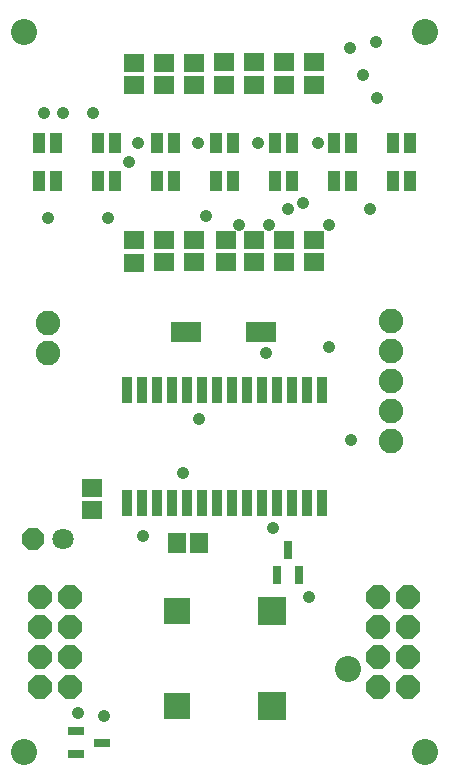
<source format=gbr>
G04 EAGLE Gerber RS-274X export*
G75*
%MOMM*%
%FSLAX34Y34*%
%LPD*%
%INSoldermask Top*%
%IPPOS*%
%AMOC8*
5,1,8,0,0,1.08239X$1,22.5*%
G01*
%ADD10C,2.203200*%
%ADD11C,2.082800*%
%ADD12R,1.503200X1.703200*%
%ADD13R,0.903200X2.253200*%
%ADD14R,1.703200X1.503200*%
%ADD15P,2.199416X8X292.500000*%
%ADD16P,2.199416X8X112.500000*%
%ADD17R,2.503200X1.803200*%
%ADD18R,2.453200X2.453200*%
%ADD19R,2.250000X2.250000*%
%ADD20P,1.951982X8X202.500000*%
%ADD21C,1.803400*%
%ADD22R,1.003200X1.803200*%
%ADD23R,0.803200X1.503200*%
%ADD24R,1.353200X0.803200*%
%ADD25C,1.061200*%


D10*
X370000Y640000D03*
X30000Y640000D03*
X30000Y30000D03*
X370000Y30000D03*
D11*
X50800Y393700D03*
X50800Y368300D03*
D12*
X178400Y207490D03*
X159400Y207490D03*
D13*
X282250Y336840D03*
X269550Y336840D03*
X256850Y336840D03*
X244150Y336840D03*
X231450Y336840D03*
X218750Y336840D03*
X206050Y336840D03*
X193350Y336840D03*
X180650Y336840D03*
X167950Y336840D03*
X155250Y336840D03*
X142550Y336840D03*
X129850Y336840D03*
X117150Y336840D03*
X117150Y241340D03*
X129850Y241340D03*
X142550Y241340D03*
X155250Y241340D03*
X167950Y241340D03*
X180650Y241340D03*
X193350Y241340D03*
X206050Y241340D03*
X218750Y241340D03*
X231450Y241340D03*
X244150Y241340D03*
X256850Y241340D03*
X269550Y241340D03*
X282250Y241340D03*
D14*
X87940Y234970D03*
X87940Y253970D03*
X250660Y445160D03*
X250660Y464160D03*
X225260Y445160D03*
X225260Y464160D03*
X201130Y445160D03*
X201130Y464160D03*
X174460Y445160D03*
X174460Y464160D03*
X149060Y445160D03*
X149060Y464160D03*
X123660Y444652D03*
X123660Y463652D03*
X123660Y614020D03*
X123660Y595020D03*
X149060Y614020D03*
X149060Y595020D03*
X174460Y614020D03*
X174460Y595020D03*
X199540Y614180D03*
X199540Y595180D03*
X224940Y614180D03*
X224940Y595180D03*
X250340Y614180D03*
X250340Y595180D03*
X275740Y614180D03*
X275740Y595180D03*
X276060Y445160D03*
X276060Y464160D03*
D15*
X329900Y161700D03*
X355300Y161700D03*
X329900Y136300D03*
X355300Y136300D03*
X329900Y110900D03*
X355300Y110900D03*
X329900Y85500D03*
X355300Y85500D03*
D16*
X69500Y85500D03*
X44100Y85500D03*
X69500Y110900D03*
X44100Y110900D03*
X69500Y136300D03*
X44100Y136300D03*
X69500Y161700D03*
X44100Y161700D03*
D17*
X230690Y385680D03*
X167690Y385680D03*
D10*
X304500Y100500D03*
D11*
X341300Y293200D03*
X341300Y318600D03*
X341300Y344000D03*
X341300Y369400D03*
X341300Y394800D03*
D18*
X240000Y69360D03*
X240000Y149360D03*
D19*
X160000Y149360D03*
X160000Y69360D03*
D20*
X38100Y210820D03*
D21*
X63500Y210820D03*
D22*
X43000Y546000D03*
X43000Y514000D03*
X57000Y546000D03*
X57000Y514000D03*
X93000Y546000D03*
X93000Y514000D03*
X107000Y546000D03*
X107000Y514000D03*
X143000Y546000D03*
X143000Y514000D03*
X157000Y546000D03*
X157000Y514000D03*
X193000Y546000D03*
X193000Y514000D03*
X207000Y546000D03*
X207000Y514000D03*
X243000Y546000D03*
X243000Y514000D03*
X257000Y546000D03*
X257000Y514000D03*
X293000Y546000D03*
X293000Y514000D03*
X307000Y546000D03*
X307000Y514000D03*
X343000Y546000D03*
X343000Y514000D03*
X357000Y546000D03*
X357000Y514000D03*
D23*
X244500Y180000D03*
X263500Y180000D03*
X254000Y201000D03*
D24*
X74090Y47700D03*
X74090Y28500D03*
X96090Y38100D03*
D25*
X307518Y294310D03*
X288600Y372910D03*
X131390Y212810D03*
X178110Y312400D03*
X323360Y489750D03*
X271780Y161290D03*
X234950Y368300D03*
X101600Y482600D03*
X50800Y482600D03*
X76200Y63500D03*
X328400Y631468D03*
X329240Y584360D03*
X305920Y626388D03*
X317650Y603870D03*
X97790Y60960D03*
X288290Y476250D03*
X46990Y571500D03*
X184150Y484096D03*
X119380Y529590D03*
X212395Y476555D03*
X127000Y546100D03*
X237490Y476250D03*
X177800Y546100D03*
X254000Y490220D03*
X228600Y546100D03*
X266700Y495300D03*
X279400Y546100D03*
X88900Y571500D03*
X63500Y571500D03*
X165100Y266700D03*
X241300Y219710D03*
M02*

</source>
